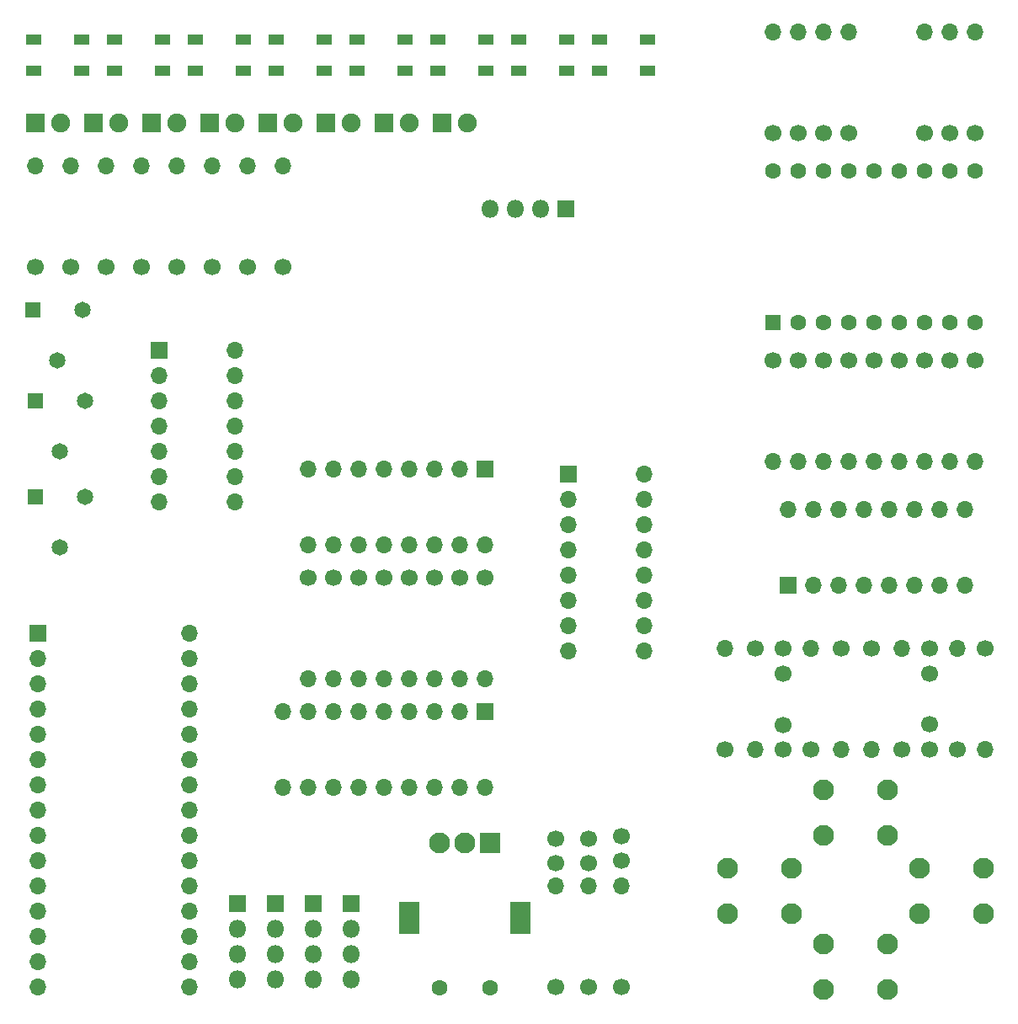
<source format=gbr>
G04 #@! TF.GenerationSoftware,KiCad,Pcbnew,(5.1.6)-1*
G04 #@! TF.CreationDate,2020-05-30T01:19:27-07:00*
G04 #@! TF.ProjectId,NanoDemo,4e616e6f-4465-46d6-9f2e-6b696361645f,rev?*
G04 #@! TF.SameCoordinates,Original*
G04 #@! TF.FileFunction,Soldermask,Top*
G04 #@! TF.FilePolarity,Negative*
%FSLAX46Y46*%
G04 Gerber Fmt 4.6, Leading zero omitted, Abs format (unit mm)*
G04 Created by KiCad (PCBNEW (5.1.6)-1) date 2020-05-30 01:19:27*
%MOMM*%
%LPD*%
G01*
G04 APERTURE LIST*
%ADD10O,1.800000X1.800000*%
%ADD11R,1.800000X1.800000*%
%ADD12O,1.700000X1.700000*%
%ADD13R,1.700000X1.700000*%
%ADD14C,2.100000*%
%ADD15R,2.100000X2.100000*%
%ADD16R,2.100000X3.300000*%
%ADD17C,1.600000*%
%ADD18C,1.650000*%
%ADD19R,1.650000X1.650000*%
%ADD20C,1.700000*%
%ADD21R,1.600000X1.600000*%
%ADD22C,1.900000*%
%ADD23R,1.900000X1.900000*%
%ADD24R,1.600000X1.100000*%
G04 APERTURE END LIST*
D10*
G04 #@! TO.C,J5*
X114554000Y-88646000D03*
X117094000Y-88646000D03*
X119634000Y-88646000D03*
D11*
X122174000Y-88646000D03*
G04 #@! TD*
D12*
G04 #@! TO.C,U6*
X130048000Y-115316000D03*
X122428000Y-133096000D03*
X130048000Y-117856000D03*
X122428000Y-130556000D03*
X130048000Y-120396000D03*
X122428000Y-128016000D03*
X130048000Y-122936000D03*
X122428000Y-125476000D03*
X130048000Y-125476000D03*
X122428000Y-122936000D03*
X130048000Y-128016000D03*
X122428000Y-120396000D03*
X130048000Y-130556000D03*
X122428000Y-117856000D03*
X130048000Y-133096000D03*
D13*
X122428000Y-115316000D03*
G04 #@! TD*
D12*
G04 #@! TO.C,U5*
X114046000Y-146812000D03*
X93726000Y-139192000D03*
X111506000Y-146812000D03*
X96266000Y-139192000D03*
X108966000Y-146812000D03*
X98806000Y-139192000D03*
X106426000Y-146812000D03*
X101346000Y-139192000D03*
X103886000Y-146812000D03*
X103886000Y-139192000D03*
X101346000Y-146812000D03*
X106426000Y-139192000D03*
X98806000Y-146812000D03*
X108966000Y-139192000D03*
X96266000Y-146812000D03*
X111506000Y-139192000D03*
X93726000Y-146812000D03*
D13*
X114046000Y-139192000D03*
G04 #@! TD*
D12*
G04 #@! TO.C,U4*
X144526000Y-118872000D03*
X162306000Y-126492000D03*
X147066000Y-118872000D03*
X159766000Y-126492000D03*
X149606000Y-118872000D03*
X157226000Y-126492000D03*
X152146000Y-118872000D03*
X154686000Y-126492000D03*
X154686000Y-118872000D03*
X152146000Y-126492000D03*
X157226000Y-118872000D03*
X149606000Y-126492000D03*
X159766000Y-118872000D03*
X147066000Y-126492000D03*
X162306000Y-118872000D03*
D13*
X144526000Y-126492000D03*
G04 #@! TD*
D12*
G04 #@! TO.C,U2*
X114046000Y-122428000D03*
X96266000Y-114808000D03*
X111506000Y-122428000D03*
X98806000Y-114808000D03*
X108966000Y-122428000D03*
X101346000Y-114808000D03*
X106426000Y-122428000D03*
X103886000Y-114808000D03*
X103886000Y-122428000D03*
X106426000Y-114808000D03*
X101346000Y-122428000D03*
X108966000Y-114808000D03*
X98806000Y-122428000D03*
X111506000Y-114808000D03*
X96266000Y-122428000D03*
D13*
X114046000Y-114808000D03*
G04 #@! TD*
D12*
G04 #@! TO.C,U1*
X88900000Y-102870000D03*
X81280000Y-118110000D03*
X88900000Y-105410000D03*
X81280000Y-115570000D03*
X88900000Y-107950000D03*
X81280000Y-113030000D03*
X88900000Y-110490000D03*
X81280000Y-110490000D03*
X88900000Y-113030000D03*
X81280000Y-107950000D03*
X88900000Y-115570000D03*
X81280000Y-105410000D03*
X88900000Y-118110000D03*
D13*
X81280000Y-102870000D03*
G04 #@! TD*
D14*
G04 #@! TO.C,SW5*
X154582000Y-162560000D03*
X154582000Y-167060000D03*
X148082000Y-162560000D03*
X148082000Y-167060000D03*
G04 #@! TD*
D15*
G04 #@! TO.C,SW4*
X114554000Y-152400000D03*
D14*
X112054000Y-152400000D03*
X109554000Y-152400000D03*
D16*
X117654000Y-159900000D03*
X106454000Y-159900000D03*
D17*
X114554000Y-166900000D03*
X109554000Y-166900000D03*
G04 #@! TD*
D14*
G04 #@! TO.C,SW3*
X154582000Y-147066000D03*
X154582000Y-151566000D03*
X148082000Y-147066000D03*
X148082000Y-151566000D03*
G04 #@! TD*
G04 #@! TO.C,SW2*
X164234000Y-154940000D03*
X164234000Y-159440000D03*
X157734000Y-154940000D03*
X157734000Y-159440000D03*
G04 #@! TD*
G04 #@! TO.C,SW1*
X144930000Y-154940000D03*
X144930000Y-159440000D03*
X138430000Y-154940000D03*
X138430000Y-159440000D03*
G04 #@! TD*
D18*
G04 #@! TO.C,RV3*
X71334000Y-122602000D03*
D19*
X68834000Y-117602000D03*
D18*
X73834000Y-117602000D03*
G04 #@! TD*
G04 #@! TO.C,RV2*
X71334000Y-112950000D03*
D19*
X68834000Y-107950000D03*
D18*
X73834000Y-107950000D03*
G04 #@! TD*
G04 #@! TO.C,RV1*
X71080000Y-103806000D03*
D19*
X68580000Y-98806000D03*
D18*
X73580000Y-98806000D03*
G04 #@! TD*
D12*
G04 #@! TO.C,R43*
X163322000Y-114046000D03*
D20*
X163322000Y-103886000D03*
G04 #@! TD*
D12*
G04 #@! TO.C,R42*
X158242000Y-114046000D03*
D20*
X158242000Y-103886000D03*
G04 #@! TD*
D12*
G04 #@! TO.C,R41*
X158242000Y-70866000D03*
D20*
X158242000Y-81026000D03*
G04 #@! TD*
D12*
G04 #@! TO.C,R40*
X153162000Y-114046000D03*
D20*
X153162000Y-103886000D03*
G04 #@! TD*
D12*
G04 #@! TO.C,R39*
X155702000Y-114046000D03*
D20*
X155702000Y-103886000D03*
G04 #@! TD*
D12*
G04 #@! TO.C,R38*
X160782000Y-114046000D03*
D20*
X160782000Y-103886000D03*
G04 #@! TD*
D12*
G04 #@! TO.C,R37*
X163322000Y-70866000D03*
D20*
X163322000Y-81026000D03*
G04 #@! TD*
D12*
G04 #@! TO.C,R36*
X160782000Y-70866000D03*
D20*
X160782000Y-81026000D03*
G04 #@! TD*
D12*
G04 #@! TO.C,R35*
X150622000Y-114046000D03*
D20*
X150622000Y-103886000D03*
G04 #@! TD*
D12*
G04 #@! TO.C,R34*
X145542000Y-70866000D03*
D20*
X145542000Y-81026000D03*
G04 #@! TD*
D12*
G04 #@! TO.C,R33*
X143002000Y-70866000D03*
D20*
X143002000Y-81026000D03*
G04 #@! TD*
D12*
G04 #@! TO.C,R32*
X143002000Y-114046000D03*
D20*
X143002000Y-103886000D03*
G04 #@! TD*
D12*
G04 #@! TO.C,R31*
X145542000Y-114046000D03*
D20*
X145542000Y-103886000D03*
G04 #@! TD*
D12*
G04 #@! TO.C,R30*
X148082000Y-114046000D03*
D20*
X148082000Y-103886000D03*
G04 #@! TD*
D12*
G04 #@! TO.C,R29*
X150622000Y-70866000D03*
D20*
X150622000Y-81026000D03*
G04 #@! TD*
D12*
G04 #@! TO.C,R28*
X148082000Y-70866000D03*
D20*
X148082000Y-81026000D03*
G04 #@! TD*
D12*
G04 #@! TO.C,R27*
X114046000Y-135890000D03*
D20*
X114046000Y-125730000D03*
G04 #@! TD*
D12*
G04 #@! TO.C,R26*
X111506000Y-135890000D03*
D20*
X111506000Y-125730000D03*
G04 #@! TD*
D12*
G04 #@! TO.C,R25*
X108966000Y-135890000D03*
D20*
X108966000Y-125730000D03*
G04 #@! TD*
D12*
G04 #@! TO.C,R24*
X106426000Y-135890000D03*
D20*
X106426000Y-125730000D03*
G04 #@! TD*
D12*
G04 #@! TO.C,R23*
X103886000Y-135890000D03*
D20*
X103886000Y-125730000D03*
G04 #@! TD*
D12*
G04 #@! TO.C,R22*
X101346000Y-135890000D03*
D20*
X101346000Y-125730000D03*
G04 #@! TD*
D12*
G04 #@! TO.C,R21*
X98806000Y-135890000D03*
D20*
X98806000Y-125730000D03*
G04 #@! TD*
D12*
G04 #@! TO.C,R20*
X96266000Y-135890000D03*
D20*
X96266000Y-125730000D03*
G04 #@! TD*
D12*
G04 #@! TO.C,R19*
X68834000Y-84328000D03*
D20*
X68834000Y-94488000D03*
G04 #@! TD*
D12*
G04 #@! TO.C,R18*
X93726000Y-84328000D03*
D20*
X93726000Y-94488000D03*
G04 #@! TD*
D12*
G04 #@! TO.C,R17*
X90170000Y-84328000D03*
D20*
X90170000Y-94488000D03*
G04 #@! TD*
D12*
G04 #@! TO.C,R16*
X86614000Y-84328000D03*
D20*
X86614000Y-94488000D03*
G04 #@! TD*
D12*
G04 #@! TO.C,R15*
X83058000Y-84328000D03*
D20*
X83058000Y-94488000D03*
G04 #@! TD*
D12*
G04 #@! TO.C,R14*
X79502000Y-84328000D03*
D20*
X79502000Y-94488000D03*
G04 #@! TD*
D12*
G04 #@! TO.C,R13*
X75946000Y-84328000D03*
D20*
X75946000Y-94488000D03*
G04 #@! TD*
D12*
G04 #@! TO.C,R12*
X72390000Y-84328000D03*
D20*
X72390000Y-94488000D03*
G04 #@! TD*
D12*
G04 #@! TO.C,R11*
X146812000Y-132842000D03*
D20*
X146812000Y-143002000D03*
G04 #@! TD*
D12*
G04 #@! TO.C,R10*
X121158000Y-156718000D03*
D20*
X121158000Y-166878000D03*
G04 #@! TD*
D12*
G04 #@! TO.C,R9*
X149860000Y-143002000D03*
D20*
X149860000Y-132842000D03*
G04 #@! TD*
D12*
G04 #@! TO.C,R8*
X124460000Y-156718000D03*
D20*
X124460000Y-166878000D03*
G04 #@! TD*
D12*
G04 #@! TO.C,R7*
X155956000Y-132842000D03*
D20*
X155956000Y-143002000D03*
G04 #@! TD*
D12*
G04 #@! TO.C,R6*
X152908000Y-143002000D03*
D20*
X152908000Y-132842000D03*
G04 #@! TD*
D12*
G04 #@! TO.C,R5*
X127762000Y-156718000D03*
D20*
X127762000Y-166878000D03*
G04 #@! TD*
D12*
G04 #@! TO.C,R4*
X138176000Y-132842000D03*
D20*
X138176000Y-143002000D03*
G04 #@! TD*
D12*
G04 #@! TO.C,R3*
X141224000Y-143002000D03*
D20*
X141224000Y-132842000D03*
G04 #@! TD*
D12*
G04 #@! TO.C,R2*
X161544000Y-132842000D03*
D20*
X161544000Y-143002000D03*
G04 #@! TD*
D12*
G04 #@! TO.C,R1*
X164338000Y-143002000D03*
D20*
X164338000Y-132842000D03*
G04 #@! TD*
D10*
G04 #@! TO.C,J4*
X100584000Y-166116000D03*
X100584000Y-163576000D03*
X100584000Y-161036000D03*
D11*
X100584000Y-158496000D03*
G04 #@! TD*
D10*
G04 #@! TO.C,J3*
X96774000Y-166116000D03*
X96774000Y-163576000D03*
X96774000Y-161036000D03*
D11*
X96774000Y-158496000D03*
G04 #@! TD*
D10*
G04 #@! TO.C,J2*
X92964000Y-166116000D03*
X92964000Y-163576000D03*
X92964000Y-161036000D03*
D11*
X92964000Y-158496000D03*
G04 #@! TD*
D10*
G04 #@! TO.C,J1*
X89154000Y-166116000D03*
X89154000Y-163576000D03*
X89154000Y-161036000D03*
D11*
X89154000Y-158496000D03*
G04 #@! TD*
D17*
G04 #@! TO.C,DS1*
X143002000Y-84836000D03*
X145542000Y-84836000D03*
X148082000Y-84836000D03*
X150622000Y-84836000D03*
X153162000Y-84836000D03*
X155702000Y-84836000D03*
X158242000Y-84836000D03*
X160782000Y-84836000D03*
X163322000Y-84836000D03*
X163322000Y-100076000D03*
X160782000Y-100076000D03*
X158242000Y-100076000D03*
X155702000Y-100076000D03*
X153162000Y-100076000D03*
X150622000Y-100076000D03*
X148082000Y-100076000D03*
X145542000Y-100076000D03*
D21*
X143002000Y-100076000D03*
G04 #@! TD*
D22*
G04 #@! TO.C,D16*
X112268000Y-80010000D03*
D23*
X109728000Y-80010000D03*
G04 #@! TD*
D22*
G04 #@! TO.C,D15*
X106426000Y-80010000D03*
D23*
X103886000Y-80010000D03*
G04 #@! TD*
D22*
G04 #@! TO.C,D14*
X100584000Y-80010000D03*
D23*
X98044000Y-80010000D03*
G04 #@! TD*
D22*
G04 #@! TO.C,D13*
X94742000Y-80010000D03*
D23*
X92202000Y-80010000D03*
G04 #@! TD*
D22*
G04 #@! TO.C,D12*
X88900000Y-80010000D03*
D23*
X86360000Y-80010000D03*
G04 #@! TD*
D22*
G04 #@! TO.C,D11*
X83058000Y-80010000D03*
D23*
X80518000Y-80010000D03*
G04 #@! TD*
D22*
G04 #@! TO.C,D10*
X77216000Y-80010000D03*
D23*
X74676000Y-80010000D03*
G04 #@! TD*
D22*
G04 #@! TO.C,D9*
X71374000Y-80010000D03*
D23*
X68834000Y-80010000D03*
G04 #@! TD*
D24*
G04 #@! TO.C,D8*
X125566000Y-71552000D03*
X125566000Y-74752000D03*
X130466000Y-71552000D03*
X130466000Y-74752000D03*
G04 #@! TD*
G04 #@! TO.C,D7*
X117438000Y-71552000D03*
X117438000Y-74752000D03*
X122338000Y-71552000D03*
X122338000Y-74752000D03*
G04 #@! TD*
G04 #@! TO.C,D6*
X109310000Y-71552000D03*
X109310000Y-74752000D03*
X114210000Y-71552000D03*
X114210000Y-74752000D03*
G04 #@! TD*
G04 #@! TO.C,D5*
X101182000Y-71552000D03*
X101182000Y-74752000D03*
X106082000Y-71552000D03*
X106082000Y-74752000D03*
G04 #@! TD*
G04 #@! TO.C,D4*
X93054000Y-71552000D03*
X93054000Y-74752000D03*
X97954000Y-71552000D03*
X97954000Y-74752000D03*
G04 #@! TD*
G04 #@! TO.C,D3*
X84926000Y-71552000D03*
X84926000Y-74752000D03*
X89826000Y-71552000D03*
X89826000Y-74752000D03*
G04 #@! TD*
G04 #@! TO.C,D2*
X76798000Y-71552000D03*
X76798000Y-74752000D03*
X81698000Y-71552000D03*
X81698000Y-74752000D03*
G04 #@! TD*
G04 #@! TO.C,D1*
X68670000Y-71552000D03*
X68670000Y-74752000D03*
X73570000Y-71552000D03*
X73570000Y-74752000D03*
G04 #@! TD*
D20*
G04 #@! TO.C,C7*
X144018000Y-135342000D03*
X144018000Y-132842000D03*
G04 #@! TD*
G04 #@! TO.C,C6*
X121158000Y-151932000D03*
X121158000Y-154432000D03*
G04 #@! TD*
G04 #@! TO.C,C5*
X124460000Y-151932000D03*
X124460000Y-154432000D03*
G04 #@! TD*
G04 #@! TO.C,C4*
X158750000Y-135342000D03*
X158750000Y-132842000D03*
G04 #@! TD*
G04 #@! TO.C,C3*
X127762000Y-151678000D03*
X127762000Y-154178000D03*
G04 #@! TD*
G04 #@! TO.C,C2*
X144018000Y-140502000D03*
X144018000Y-143002000D03*
G04 #@! TD*
G04 #@! TO.C,C1*
X158750000Y-142962000D03*
X158750000Y-140462000D03*
G04 #@! TD*
D12*
G04 #@! TO.C,A1*
X84328000Y-166878000D03*
X69088000Y-166878000D03*
X84328000Y-131318000D03*
X69088000Y-164338000D03*
X84328000Y-133858000D03*
X69088000Y-161798000D03*
X84328000Y-136398000D03*
X69088000Y-159258000D03*
X84328000Y-138938000D03*
X69088000Y-156718000D03*
X84328000Y-141478000D03*
X69088000Y-154178000D03*
X84328000Y-144018000D03*
X69088000Y-151638000D03*
X84328000Y-146558000D03*
X69088000Y-149098000D03*
X84328000Y-149098000D03*
X69088000Y-146558000D03*
X84328000Y-151638000D03*
X69088000Y-144018000D03*
X84328000Y-154178000D03*
X69088000Y-141478000D03*
X84328000Y-156718000D03*
X69088000Y-138938000D03*
X84328000Y-159258000D03*
X69088000Y-136398000D03*
X84328000Y-161798000D03*
X69088000Y-133858000D03*
X84328000Y-164338000D03*
D13*
X69088000Y-131318000D03*
G04 #@! TD*
M02*

</source>
